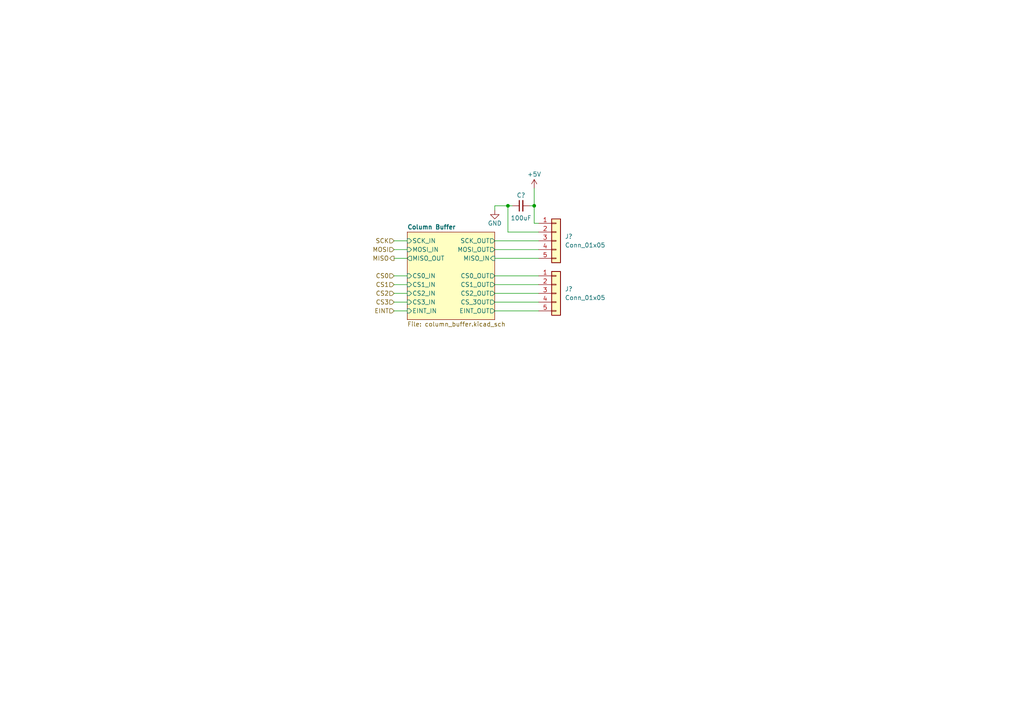
<source format=kicad_sch>
(kicad_sch (version 20250114) (generator "eeschema") (generator_version "9.0")
  (paper "A4")
  (lib_symbols
    (symbol "Connector_Generic:Conn_01x05" (pin_names (offset 1.016) (hide yes))
      (property "Reference" "J" (at 0 7.62 0))
      (property "Value" "Conn_01x05" (at 0 -7.62 0))
      (symbol "Conn_01x05_1_1"
        (rectangle (start -1.27 6.35) (end 1.27 -6.35) (stroke (width 0.254)) (fill (type background)))
        (rectangle (start -1.27 5.207) (end 0 4.953) (stroke (width 0.1524)))
        (rectangle (start -1.27 2.667) (end 0 2.413) (stroke (width 0.1524)))
        (rectangle (start -1.27 0.127) (end 0 -0.127) (stroke (width 0.1524)))
        (rectangle (start -1.27 -2.413) (end 0 -2.667) (stroke (width 0.1524)))
        (rectangle (start -1.27 -4.953) (end 0 -5.207) (stroke (width 0.1524)))
        (pin passive line (at -5.08 5.08 0) (length 3.81) (name "Pin_1") (number "1"))
        (pin passive line (at -5.08 2.54 0) (length 3.81) (name "Pin_2") (number "2"))
        (pin passive line (at -5.08 0 0) (length 3.81) (name "Pin_3") (number "3"))
        (pin passive line (at -5.08 -2.54 0) (length 3.81) (name "Pin_4") (number "4"))
        (pin passive line (at -5.08 -5.08 0) (length 3.81) (name "Pin_5") (number "5"))
      )
    )
    (symbol "Device:C_Small" (pin_numbers (hide yes)) (pin_names (offset 0.254) (hide yes))
      (property "Reference" "C" (at 0.254 1.778 0))
      (property "Value" "C_Small" (at 0.254 -2.032 0))
      (symbol "C_Small_0_1"
        (polyline (pts (xy -1.524 0.508) (xy 1.524 0.508)) (stroke (width 0.3048)))
        (polyline (pts (xy -1.524 -0.508) (xy 1.524 -0.508)) (stroke (width 0.3302)))
      )
      (symbol "C_Small_1_1"
        (pin passive line (at 0 2.54 270) (length 2.032) (name "~") (number "1"))
        (pin passive line (at 0 -2.54 90) (length 2.032) (name "~") (number "2"))
      )
    )
    (symbol "power:+5V" (power) (pin_numbers (hide yes)) (pin_names (offset 0) (hide yes))
      (property "Value" "+5V" (at 0 3.556 0))
      (symbol "+5V_0_1"
        (polyline (pts (xy -0.762 1.27) (xy 0 2.54)))
        (polyline (pts (xy 0 2.54) (xy 0.762 1.27)))
        (polyline (pts (xy 0 0) (xy 0 2.54)))
      )
      (symbol "+5V_1_1"
        (pin power_in line (at 0 0 90) (length 0) (name "~") (number "1"))
      )
    )
    (symbol "power:GND" (power) (pin_numbers (hide yes)) (pin_names (offset 0) (hide yes))
      (property "Value" "GND" (at 0 -3.81 0))
      (symbol "GND_0_1"
        (polyline (pts (xy 0 0) (xy 0 -1.27) (xy 1.27 -1.27) (xy 0 -2.54) (xy -1.27 -1.27) (xy 0 -1.27)))
      )
      (symbol "GND_1_1"
        (pin power_in line (at 0 0 270) (length 0) (name "~") (number "1"))
      )
    )
  )
  (junction (at 147.32 59.69))
  (junction (at 154.94 59.69))
  (wire (pts (xy 143.51 87.63) (xy 156.21 87.63)))
  (wire (pts (xy 114.3 90.17) (xy 118.11 90.17)))
  (wire (pts (xy 114.3 69.85) (xy 118.11 69.85)))
  (wire (pts (xy 114.3 85.09) (xy 118.11 85.09)))
  (wire (pts (xy 143.51 72.39) (xy 156.21 72.39)))
  (wire (pts (xy 143.51 90.17) (xy 156.21 90.17)))
  (wire (pts (xy 143.51 82.55) (xy 156.21 82.55)))
  (wire (pts (xy 143.51 80.01) (xy 156.21 80.01)))
  (wire (pts (xy 153.67 59.69) (xy 154.94 59.69)))
  (wire (pts (xy 143.51 59.69) (xy 143.51 60.96)))
  (wire (pts (xy 147.32 59.69) (xy 147.32 67.31)))
  (wire (pts (xy 156.21 67.31) (xy 147.32 67.31)))
  (wire (pts (xy 114.3 82.55) (xy 118.11 82.55)))
  (wire (pts (xy 114.3 80.01) (xy 118.11 80.01)))
  (wire (pts (xy 147.32 59.69) (xy 148.59 59.69)))
  (wire (pts (xy 154.94 54.61) (xy 154.94 59.69)))
  (wire (pts (xy 143.51 85.09) (xy 156.21 85.09)))
  (wire (pts (xy 114.3 72.39) (xy 118.11 72.39)))
  (wire (pts (xy 156.21 64.77) (xy 154.94 64.77)))
  (wire (pts (xy 114.3 87.63) (xy 118.11 87.63)))
  (wire (pts (xy 143.51 69.85) (xy 156.21 69.85)))
  (wire (pts (xy 114.3 74.93) (xy 118.11 74.93)))
  (wire (pts (xy 143.51 74.93) (xy 156.21 74.93)))
  (wire (pts (xy 154.94 59.69) (xy 154.94 64.77)))
  (wire (pts (xy 143.51 59.69) (xy 147.32 59.69)))
  (hierarchical_label "CS0" (shape input) (at 114.3 80.01 180))
  (hierarchical_label "MISO" (shape output) (at 114.3 74.93 180))
  (hierarchical_label "MOSI" (shape input) (at 114.3 72.39 180))
  (hierarchical_label "CS2" (shape input) (at 114.3 85.09 180))
  (hierarchical_label "EINT" (shape input) (at 114.3 90.17 180))
  (hierarchical_label "CS1" (shape input) (at 114.3 82.55 180))
  (hierarchical_label "SCK" (shape input) (at 114.3 69.85 180))
  (hierarchical_label "CS3" (shape input) (at 114.3 87.63 180))
  (symbol (lib_id "Connector_Generic:Conn_01x05") (at 161.29 69.85 0) (unit 1)
    (property "Reference" "J?" (at 163.83 68.5799 0) (effects (justify left)))
    (property "Value" "Conn_01x05" (at 163.83 71.1199 0) (effects (justify left)))
    (property "Description" "Generic connector, single row, 01x05, script generated (kicad-library-utils/schlib/autogen/connector/)" (effects (hide yes)))
  )
  (symbol (lib_id "Device:C_Small") (at 151.13 59.69 90) (unit 1)
    (property "Reference" "C?" (at 151.13 56.642 90))
    (property "Value" "100uF" (at 151.13 63.246 90))
    (property "Description" "Unpolarized capacitor, small symbol" (effects (hide yes)))
  )
  (symbol (lib_id "Connector_Generic:Conn_01x05") (at 161.29 85.09 0) (unit 1)
    (property "Reference" "J?" (at 163.83 83.8199 0) (effects (justify left)))
    (property "Value" "Conn_01x05" (at 163.83 86.3599 0) (effects (justify left)))
    (property "Description" "Generic connector, single row, 01x05, script generated (kicad-library-utils/schlib/autogen/connector/)" (effects (hide yes)))
  )
  (symbol (lib_id "power:+5V") (at 154.94 54.61 0) (unit 1)
    (property "Reference" "#PWR0142" (effects (hide yes)))
    (property "Value" "+5V" (at 154.94 50.546 0))
    (property "Description" "Power symbol creates a global label with name \"+5V\"" (effects (hide yes)))
    (instances (project "arena_10_of_10_v1r1" (path "" (reference "#PWR0209") (unit 1)) (path "" (reference "#PWR0213") (unit 1)) (path "" (reference "#PWR0142") (unit 1)) (path "" (reference "#PWR0160") (unit 1)) (path "" (reference "#PWR0211") (unit 1)) (path "" (reference "#PWR0205") (unit 1)) (path "" (reference "#PWR0145") (unit 1)) (path "" (reference "#PWR0190") (unit 1)) (path "" (reference "#PWR0175") (unit 1)) (path "" (reference "#PWR0207") (unit 1))))
  )
  (symbol (lib_id "power:GND") (at 143.51 60.96 0) (unit 1)
    (property "Reference" "#PWR0143" (effects (hide yes)))
    (property "Value" "GND" (at 143.51 64.77 0))
    (property "Description" "Power symbol creates a global label with name \"GND\" , ground" (effects (hide yes)))
    (instances (project "arena_10_of_10_v1r1" (path "" (reference "#PWR0208") (unit 1)) (path "" (reference "#PWR0212") (unit 1)) (path "" (reference "#PWR0143") (unit 1)) (path "" (reference "#PWR0159") (unit 1)) (path "" (reference "#PWR0210") (unit 1)) (path "" (reference "#PWR0204") (unit 1)) (path "" (reference "#PWR0144") (unit 1)) (path "" (reference "#PWR0189") (unit 1)) (path "" (reference "#PWR0174") (unit 1)) (path "" (reference "#PWR0206") (unit 1))))
  )
  (sheet (at 118.11 67.31) (size 25.4 25.4) (stroke (width 0.1524)) (fill (color 255 255 194 1.0000))
    (property "Sheetname" "Column Buffer" (at 118.11 66.5984 0) (effects (font (thickness 0.254) (bold yes)) (justify left bottom)))
    (property "Sheetfile" "column_buffer.kicad_sch" (at 118.11 93.2946 0) (effects (justify left top)))
    (pin "EINT_IN" input (at 118.11 90.17 180))
    (pin "EINT_OUT" output (at 143.51 90.17 0))
    (pin "MISO_IN" input (at 143.51 74.93 0))
    (pin "MISO_OUT" output (at 118.11 74.93 180))
    (pin "MOSI_IN" input (at 118.11 72.39 180))
    (pin "MOSI_OUT" output (at 143.51 72.39 0))
    (pin "SCK_IN" input (at 118.11 69.85 180))
    (pin "SCK_OUT" output (at 143.51 69.85 0))
    (pin "CS0_IN" input (at 118.11 80.01 180))
    (pin "CS0_OUT" output (at 143.51 80.01 0))
    (pin "CS1_IN" input (at 118.11 82.55 180))
    (pin "CS1_OUT" output (at 143.51 82.55 0))
    (pin "CS2_IN" input (at 118.11 85.09 180))
    (pin "CS2_OUT" output (at 143.51 85.09 0))
    (pin "CS3_IN" input (at 118.11 87.63 180))
    (pin "CS_3OUT" output (at 143.51 87.63 0))
  )
)
</source>
